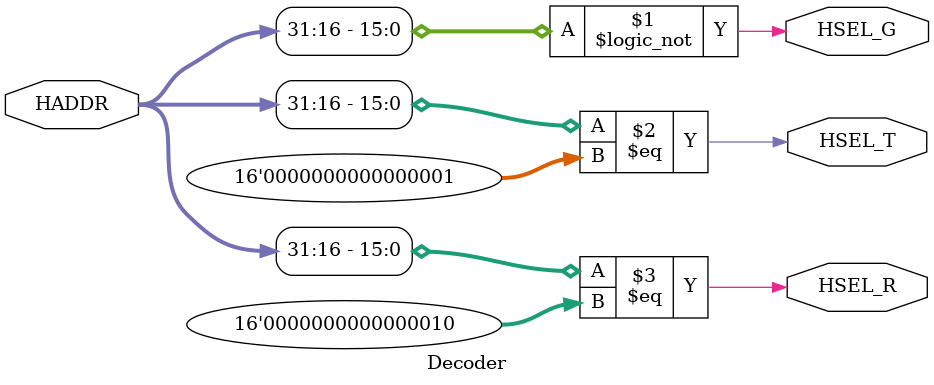
<source format=sv>
`timescale 1ns/1ps

module Decoder(
    input [31:0]    HADDR,
    output          HSEL_G,
    output          HSEL_T,
    output          HSEL_R
);

// Address decode logic for slave selection
assign HSEL_G = (HADDR[31:16] == 16'h0000);  //(32'h0000 0000 -> 32'h0000 FFFF)
assign HSEL_T = (HADDR[31:16] == 16'h0001);  //(32'h0001 0000 -> 32'h0001 FFFF)
assign HSEL_R = (HADDR[31:16] == 16'h0002);  //(32'h0002 0000 -> 32'h0002 FFFF)

endmodule
</source>
